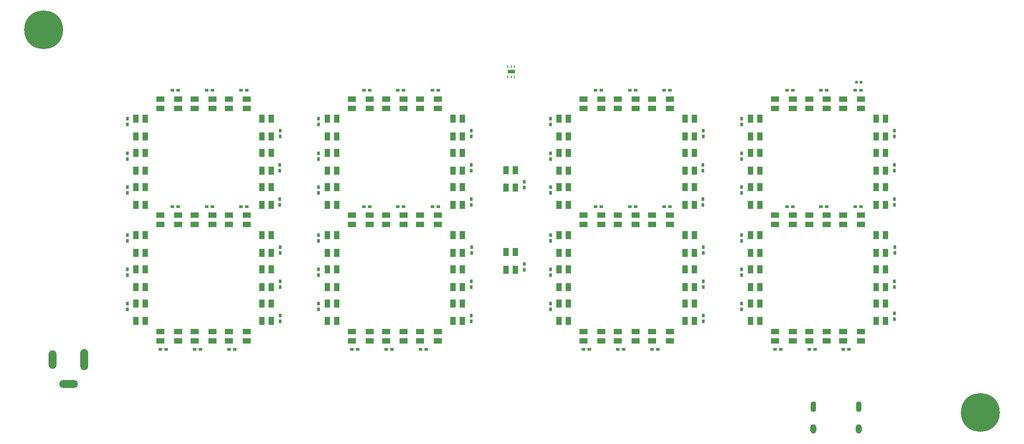
<source format=gbs>
G04 #@! TF.GenerationSoftware,KiCad,Pcbnew,7.0.9*
G04 #@! TF.CreationDate,2024-10-07T22:48:35-04:00*
G04 #@! TF.ProjectId,Digital Clock,44696769-7461-46c2-9043-6c6f636b2e6b,rev?*
G04 #@! TF.SameCoordinates,Original*
G04 #@! TF.FileFunction,Soldermask,Bot*
G04 #@! TF.FilePolarity,Negative*
%FSLAX46Y46*%
G04 Gerber Fmt 4.6, Leading zero omitted, Abs format (unit mm)*
G04 Created by KiCad (PCBNEW 7.0.9) date 2024-10-07 22:48:35*
%MOMM*%
%LPD*%
G01*
G04 APERTURE LIST*
%ADD10O,1.500000X4.100000*%
%ADD11O,1.500000X3.600000*%
%ADD12O,3.600000X1.500000*%
%ADD13O,1.100000X2.000000*%
%ADD14O,1.200000X1.800000*%
%ADD15C,4.100000*%
%ADD16C,7.400000*%
%ADD17R,1.000000X1.649600*%
%ADD18R,0.540000X0.790000*%
%ADD19R,1.649600X1.000000*%
%ADD20R,0.790000X0.540000*%
%ADD21R,0.570000X0.540000*%
%ADD22R,0.250000X0.550000*%
%ADD23R,1.350000X0.650000*%
G04 APERTURE END LIST*
D10*
X64588000Y-129717800D03*
D11*
X58597800Y-129717800D03*
D12*
X61648000Y-134378400D03*
D13*
X203200000Y-138665000D03*
D14*
X203200000Y-142875000D03*
D13*
X211840000Y-138665000D03*
D14*
X211840000Y-142875000D03*
D15*
X56946800Y-66903600D03*
D16*
X56946800Y-66903600D03*
D15*
X234924600Y-139750800D03*
D16*
X234924600Y-139750800D03*
D17*
X74446200Y-105995800D03*
X76226200Y-105995800D03*
X76226200Y-109375400D03*
X74446200Y-109375400D03*
X180596200Y-109375400D03*
X178816200Y-109375400D03*
X178816200Y-105995800D03*
X180596200Y-105995800D03*
D18*
X138240200Y-108263600D03*
X138240200Y-109363600D03*
D17*
X191236600Y-90346000D03*
X193016600Y-90346000D03*
X193016600Y-93725600D03*
X191236600Y-93725600D03*
D19*
X166051000Y-126152200D03*
X166051000Y-124372200D03*
X169430600Y-124372200D03*
X169430600Y-126152200D03*
D20*
X210025000Y-127787400D03*
X208925000Y-127787400D03*
D19*
X92121000Y-126152200D03*
X92121000Y-124372200D03*
X95500600Y-124372200D03*
X95500600Y-126152200D03*
D21*
X212306200Y-76900000D03*
X211446200Y-76900000D03*
D18*
X218610200Y-99145000D03*
X218610200Y-100245000D03*
D20*
X87892800Y-78435200D03*
X88992800Y-78435200D03*
D18*
X109182600Y-84954200D03*
X109182600Y-83854200D03*
D20*
X80204400Y-127762000D03*
X79104400Y-127762000D03*
D18*
X148226200Y-111500000D03*
X148226200Y-112600000D03*
D20*
X173664600Y-127787400D03*
X172564600Y-127787400D03*
D18*
X138180600Y-92617200D03*
X138180600Y-93717200D03*
D17*
X191236600Y-118995800D03*
X193016600Y-118995800D03*
X193016600Y-122375400D03*
X191236600Y-122375400D03*
X100166200Y-93725600D03*
X98386200Y-93725600D03*
X98386200Y-90346000D03*
X100166200Y-90346000D03*
D20*
X168322800Y-100592800D03*
X169422800Y-100592800D03*
D18*
X182249800Y-92617200D03*
X182249800Y-93717200D03*
D19*
X121981800Y-126152200D03*
X121981800Y-124372200D03*
X125361400Y-124372200D03*
X125361400Y-126152200D03*
D17*
X154876200Y-90346000D03*
X156656200Y-90346000D03*
X156656200Y-93725600D03*
X154876200Y-93725600D03*
D18*
X101854000Y-114766000D03*
X101854000Y-115866000D03*
D17*
X110807000Y-112495800D03*
X112587000Y-112495800D03*
X112587000Y-115875400D03*
X110807000Y-115875400D03*
D20*
X124253600Y-78435200D03*
X125353600Y-78435200D03*
D17*
X110807000Y-118995800D03*
X112587000Y-118995800D03*
X112587000Y-122375400D03*
X110807000Y-122375400D03*
D19*
X95500600Y-102222400D03*
X95500600Y-104002400D03*
X92121000Y-104002400D03*
X92121000Y-102222400D03*
D20*
X117751200Y-100567400D03*
X118851200Y-100567400D03*
D22*
X145120600Y-73919000D03*
X145770600Y-73919000D03*
X146420600Y-73919000D03*
X146420600Y-75819000D03*
X145770600Y-75819000D03*
X145120600Y-75819000D03*
D23*
X145770600Y-74869000D03*
D20*
X160634400Y-127762000D03*
X159534400Y-127762000D03*
X203522600Y-127762000D03*
X202422600Y-127762000D03*
D19*
X212291000Y-102222400D03*
X212291000Y-104002400D03*
X208911400Y-104002400D03*
X208911400Y-102222400D03*
X205791000Y-80072600D03*
X205791000Y-81852600D03*
X202411400Y-81852600D03*
X202411400Y-80072600D03*
D20*
X93234600Y-127787400D03*
X92134600Y-127787400D03*
D18*
X189586800Y-97984400D03*
X189586800Y-96884400D03*
X109182600Y-113605400D03*
X109182600Y-112505400D03*
D17*
X180596200Y-93725600D03*
X178816200Y-93725600D03*
X178816200Y-90346000D03*
X180596200Y-90346000D03*
D18*
X189612200Y-113605400D03*
X189612200Y-112505400D03*
D19*
X205791000Y-102222400D03*
X205791000Y-104002400D03*
X202411400Y-104002400D03*
X202411400Y-102222400D03*
D18*
X218669800Y-108263600D03*
X218669800Y-109363600D03*
D17*
X191236600Y-112495800D03*
X193016600Y-112495800D03*
X193016600Y-115875400D03*
X191236600Y-115875400D03*
D18*
X72821800Y-84954200D03*
X72821800Y-83854200D03*
D19*
X159551000Y-126152200D03*
X159551000Y-124372200D03*
X162930600Y-124372200D03*
X162930600Y-126152200D03*
X202411400Y-126152200D03*
X202411400Y-124372200D03*
X205791000Y-124372200D03*
X205791000Y-126152200D03*
D17*
X100166200Y-122375400D03*
X98386200Y-122375400D03*
X98386200Y-118995800D03*
X100166200Y-118995800D03*
X216956600Y-93725600D03*
X215176600Y-93725600D03*
X215176600Y-90346000D03*
X216956600Y-90346000D03*
X191236600Y-105995800D03*
X193016600Y-105995800D03*
X193016600Y-109375400D03*
X191236600Y-109375400D03*
D20*
X168322800Y-78435200D03*
X169422800Y-78435200D03*
D17*
X74446200Y-96846000D03*
X76226200Y-96846000D03*
X76226200Y-100225600D03*
X74446200Y-100225600D03*
D19*
X85621000Y-126152200D03*
X85621000Y-124372200D03*
X89000600Y-124372200D03*
X89000600Y-126152200D03*
X79121000Y-126152200D03*
X79121000Y-124372200D03*
X82500600Y-124372200D03*
X82500600Y-126152200D03*
D20*
X211211000Y-78435200D03*
X212311000Y-78435200D03*
D18*
X72796400Y-97984400D03*
X72796400Y-96884400D03*
D19*
X162930600Y-102222400D03*
X162930600Y-104002400D03*
X159551000Y-104002400D03*
X159551000Y-102222400D03*
D17*
X136527000Y-122375400D03*
X134747000Y-122375400D03*
X134747000Y-118995800D03*
X136527000Y-118995800D03*
D18*
X218635600Y-86114800D03*
X218635600Y-87214800D03*
D17*
X100166200Y-115875400D03*
X98386200Y-115875400D03*
X98386200Y-112495800D03*
X100166200Y-112495800D03*
X110807000Y-90346000D03*
X112587000Y-90346000D03*
X112587000Y-93725600D03*
X110807000Y-93725600D03*
D18*
X138206000Y-86114800D03*
X138206000Y-87214800D03*
D17*
X136527000Y-115875400D03*
X134747000Y-115875400D03*
X134747000Y-112495800D03*
X136527000Y-112495800D03*
X110807000Y-83846000D03*
X112587000Y-83846000D03*
X112587000Y-87225600D03*
X110807000Y-87225600D03*
D19*
X89000600Y-80072600D03*
X89000600Y-81852600D03*
X85621000Y-81852600D03*
X85621000Y-80072600D03*
D18*
X153251800Y-113605400D03*
X153251800Y-112505400D03*
X189612200Y-107077600D03*
X189612200Y-105977600D03*
D20*
X117751200Y-78409800D03*
X118851200Y-78409800D03*
D17*
X180596200Y-115875400D03*
X178816200Y-115875400D03*
X178816200Y-112495800D03*
X180596200Y-112495800D03*
D19*
X175930600Y-102222400D03*
X175930600Y-104002400D03*
X172551000Y-104002400D03*
X172551000Y-102222400D03*
D20*
X94420600Y-78435200D03*
X95520600Y-78435200D03*
D19*
X115481800Y-126152200D03*
X115481800Y-124372200D03*
X118861400Y-124372200D03*
X118861400Y-126152200D03*
D17*
X216956600Y-109375400D03*
X215176600Y-109375400D03*
X215176600Y-105995800D03*
X216956600Y-105995800D03*
D18*
X101879400Y-108263600D03*
X101879400Y-109363600D03*
D17*
X100166200Y-87225600D03*
X98386200Y-87225600D03*
X98386200Y-83846000D03*
X100166200Y-83846000D03*
D18*
X109157200Y-97984400D03*
X109157200Y-96884400D03*
X189586800Y-120107800D03*
X189586800Y-119007800D03*
X101819800Y-92617200D03*
X101819800Y-93717200D03*
X72821800Y-91482000D03*
X72821800Y-90382000D03*
D17*
X191236600Y-96846000D03*
X193016600Y-96846000D03*
X193016600Y-100225600D03*
X191236600Y-100225600D03*
X100166200Y-100225600D03*
X98386200Y-100225600D03*
X98386200Y-96846000D03*
X100166200Y-96846000D03*
D19*
X169430600Y-80072600D03*
X169430600Y-81852600D03*
X166051000Y-81852600D03*
X166051000Y-80072600D03*
D18*
X189612200Y-91482000D03*
X189612200Y-90382000D03*
D17*
X191236600Y-83846000D03*
X193016600Y-83846000D03*
X193016600Y-87225600D03*
X191236600Y-87225600D03*
D20*
X211211000Y-100592800D03*
X212311000Y-100592800D03*
D17*
X74446200Y-90346000D03*
X76226200Y-90346000D03*
X76226200Y-93725600D03*
X74446200Y-93725600D03*
D19*
X208911400Y-126152200D03*
X208911400Y-124372200D03*
X212291000Y-124372200D03*
X212291000Y-126152200D03*
D18*
X101819800Y-99145000D03*
X101819800Y-100245000D03*
D17*
X110807000Y-105995800D03*
X112587000Y-105995800D03*
X112587000Y-109375400D03*
X110807000Y-109375400D03*
D19*
X82500600Y-80072600D03*
X82500600Y-81852600D03*
X79121000Y-81852600D03*
X79121000Y-80072600D03*
D17*
X154876200Y-83846000D03*
X156656200Y-83846000D03*
X156656200Y-87225600D03*
X154876200Y-87225600D03*
D20*
X161820400Y-100567400D03*
X162920400Y-100567400D03*
D17*
X216956600Y-100225600D03*
X215176600Y-100225600D03*
X215176600Y-96846000D03*
X216956600Y-96846000D03*
D20*
X167162200Y-127762000D03*
X166062200Y-127762000D03*
D18*
X182284000Y-121293800D03*
X182284000Y-122393800D03*
D17*
X180596200Y-87225600D03*
X178816200Y-87225600D03*
X178816200Y-83846000D03*
X180596200Y-83846000D03*
X136527000Y-87225600D03*
X134747000Y-87225600D03*
X134747000Y-83846000D03*
X136527000Y-83846000D03*
X154876200Y-105995800D03*
X156656200Y-105995800D03*
X156656200Y-109375400D03*
X154876200Y-109375400D03*
D19*
X162930600Y-80072600D03*
X162930600Y-81852600D03*
X159551000Y-81852600D03*
X159551000Y-80072600D03*
D18*
X153226400Y-97984400D03*
X153226400Y-96884400D03*
D17*
X136527000Y-93725600D03*
X134747000Y-93725600D03*
X134747000Y-90346000D03*
X136527000Y-90346000D03*
D19*
X131861400Y-102222400D03*
X131861400Y-104002400D03*
X128481800Y-104002400D03*
X128481800Y-102222400D03*
D20*
X94420600Y-100592800D03*
X95520600Y-100592800D03*
D18*
X182309400Y-108263600D03*
X182309400Y-109363600D03*
X182249800Y-99145000D03*
X182249800Y-100245000D03*
D20*
X124253600Y-100592800D03*
X125353600Y-100592800D03*
D18*
X109182600Y-107077600D03*
X109182600Y-105977600D03*
D19*
X212291000Y-80072600D03*
X212291000Y-81852600D03*
X208911400Y-81852600D03*
X208911400Y-80072600D03*
D17*
X146576200Y-112599800D03*
X144796200Y-112599800D03*
X144796200Y-109220200D03*
X146576200Y-109220200D03*
D19*
X118861400Y-80072600D03*
X118861400Y-81852600D03*
X115481800Y-81852600D03*
X115481800Y-80072600D03*
X199291000Y-80072600D03*
X199291000Y-81852600D03*
X195911400Y-81852600D03*
X195911400Y-80072600D03*
D17*
X146576200Y-96975100D03*
X144796200Y-96975100D03*
X144796200Y-93595500D03*
X146576200Y-93595500D03*
X110807000Y-96846000D03*
X112587000Y-96846000D03*
X112587000Y-100225600D03*
X110807000Y-100225600D03*
D20*
X123093000Y-127762000D03*
X121993000Y-127762000D03*
D18*
X101854000Y-121293800D03*
X101854000Y-122393800D03*
D20*
X174850600Y-100592800D03*
X175950600Y-100592800D03*
D19*
X118861400Y-102222400D03*
X118861400Y-104002400D03*
X115481800Y-104002400D03*
X115481800Y-102222400D03*
D17*
X180596200Y-100225600D03*
X178816200Y-100225600D03*
X178816200Y-96846000D03*
X180596200Y-96846000D03*
D20*
X198180800Y-100567400D03*
X199280800Y-100567400D03*
D17*
X100166200Y-109375400D03*
X98386200Y-109375400D03*
X98386200Y-105995800D03*
X100166200Y-105995800D03*
D19*
X199291000Y-102222400D03*
X199291000Y-104002400D03*
X195911400Y-104002400D03*
X195911400Y-102222400D03*
D18*
X148226200Y-95870000D03*
X148226200Y-96970000D03*
X72821800Y-107077600D03*
X72821800Y-105977600D03*
D19*
X89000600Y-102222400D03*
X89000600Y-104002400D03*
X85621000Y-104002400D03*
X85621000Y-102222400D03*
D20*
X204683200Y-78435200D03*
X205783200Y-78435200D03*
X116565200Y-127762000D03*
X115465200Y-127762000D03*
D18*
X138214800Y-121293800D03*
X138214800Y-122393800D03*
X138180600Y-99145000D03*
X138180600Y-100245000D03*
X153226400Y-120107800D03*
X153226400Y-119007800D03*
D17*
X136527000Y-109375400D03*
X134747000Y-109375400D03*
X134747000Y-105995800D03*
X136527000Y-105995800D03*
X180596200Y-122375400D03*
X178816200Y-122375400D03*
X178816200Y-118995800D03*
X180596200Y-118995800D03*
D20*
X198180800Y-78409800D03*
X199280800Y-78409800D03*
D18*
X218617800Y-120938200D03*
X218617800Y-122038200D03*
X153251800Y-91482000D03*
X153251800Y-90382000D03*
X182284000Y-114766000D03*
X182284000Y-115866000D03*
D19*
X95500600Y-80072600D03*
X95500600Y-81852600D03*
X92121000Y-81852600D03*
X92121000Y-80072600D03*
D18*
X72796400Y-120107800D03*
X72796400Y-119007800D03*
X153251800Y-84954200D03*
X153251800Y-83854200D03*
X153251800Y-107077600D03*
X153251800Y-105977600D03*
D19*
X195911400Y-126152200D03*
X195911400Y-124372200D03*
X199291000Y-124372200D03*
X199291000Y-126152200D03*
D20*
X86732200Y-127762000D03*
X85632200Y-127762000D03*
D17*
X216956600Y-87225600D03*
X215176600Y-87225600D03*
X215176600Y-83846000D03*
X216956600Y-83846000D03*
X154876200Y-96846000D03*
X156656200Y-96846000D03*
X156656200Y-100225600D03*
X154876200Y-100225600D03*
X216956600Y-122375400D03*
X215176600Y-122375400D03*
X215176600Y-118995800D03*
X216956600Y-118995800D03*
D19*
X169430600Y-102222400D03*
X169430600Y-104002400D03*
X166051000Y-104002400D03*
X166051000Y-102222400D03*
X175930600Y-80072600D03*
X175930600Y-81852600D03*
X172551000Y-81852600D03*
X172551000Y-80072600D03*
D20*
X161820400Y-78409800D03*
X162920400Y-78409800D03*
X204683200Y-100592800D03*
X205783200Y-100592800D03*
D18*
X101845200Y-86114800D03*
X101845200Y-87214800D03*
D20*
X87892800Y-100592800D03*
X88992800Y-100592800D03*
D18*
X72821800Y-113605400D03*
X72821800Y-112505400D03*
D19*
X125361400Y-102222400D03*
X125361400Y-104002400D03*
X121981800Y-104002400D03*
X121981800Y-102222400D03*
D20*
X174850600Y-78435200D03*
X175950600Y-78435200D03*
X81390400Y-100567400D03*
X82490400Y-100567400D03*
D19*
X82500600Y-102222400D03*
X82500600Y-104002400D03*
X79121000Y-104002400D03*
X79121000Y-102222400D03*
X125361400Y-80072600D03*
X125361400Y-81852600D03*
X121981800Y-81852600D03*
X121981800Y-80072600D03*
D17*
X216956600Y-115875400D03*
X215176600Y-115875400D03*
X215176600Y-112495800D03*
X216956600Y-112495800D03*
D18*
X138214800Y-114766000D03*
X138214800Y-115866000D03*
D17*
X154876200Y-118995800D03*
X156656200Y-118995800D03*
X156656200Y-122375400D03*
X154876200Y-122375400D03*
D18*
X189612200Y-84954200D03*
X189612200Y-83854200D03*
D17*
X74446200Y-83846000D03*
X76226200Y-83846000D03*
X76226200Y-87225600D03*
X74446200Y-87225600D03*
X154876200Y-112495800D03*
X156656200Y-112495800D03*
X156656200Y-115875400D03*
X154876200Y-115875400D03*
D18*
X218610200Y-92617200D03*
X218610200Y-93717200D03*
D17*
X74446200Y-112495800D03*
X76226200Y-112495800D03*
X76226200Y-115875400D03*
X74446200Y-115875400D03*
X136527000Y-100225600D03*
X134747000Y-100225600D03*
X134747000Y-96846000D03*
X136527000Y-96846000D03*
D18*
X182275200Y-86114800D03*
X182275200Y-87214800D03*
D20*
X130781400Y-100592800D03*
X131881400Y-100592800D03*
D19*
X172551000Y-126152200D03*
X172551000Y-124372200D03*
X175930600Y-124372200D03*
X175930600Y-126152200D03*
X131861400Y-80072600D03*
X131861400Y-81852600D03*
X128481800Y-81852600D03*
X128481800Y-80072600D03*
D18*
X109182600Y-91482000D03*
X109182600Y-90382000D03*
D20*
X81390400Y-78409800D03*
X82490400Y-78409800D03*
D19*
X128481800Y-126152200D03*
X128481800Y-124372200D03*
X131861400Y-124372200D03*
X131861400Y-126152200D03*
D20*
X129595400Y-127787400D03*
X128495400Y-127787400D03*
D18*
X218644400Y-114766000D03*
X218644400Y-115866000D03*
D20*
X196994800Y-127762000D03*
X195894800Y-127762000D03*
X130781400Y-78435200D03*
X131881400Y-78435200D03*
D17*
X74446200Y-118995800D03*
X76226200Y-118995800D03*
X76226200Y-122375400D03*
X74446200Y-122375400D03*
D18*
X109157200Y-120107800D03*
X109157200Y-119007800D03*
M02*

</source>
